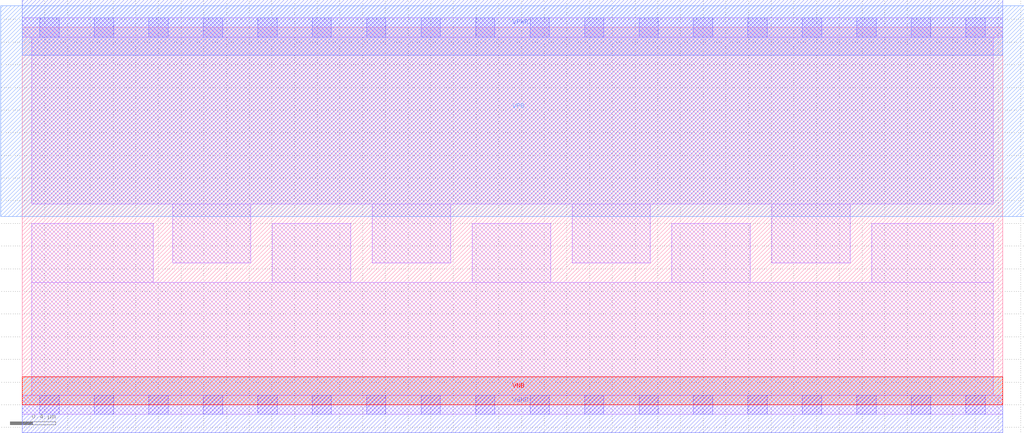
<source format=lef>
# Copyright 2020 The SkyWater PDK Authors
#
# Licensed under the Apache License, Version 2.0 (the "License");
# you may not use this file except in compliance with the License.
# You may obtain a copy of the License at
#
#     https://www.apache.org/licenses/LICENSE-2.0
#
# Unless required by applicable law or agreed to in writing, software
# distributed under the License is distributed on an "AS IS" BASIS,
# WITHOUT WARRANTIES OR CONDITIONS OF ANY KIND, either express or implied.
# See the License for the specific language governing permissions and
# limitations under the License.
#
# SPDX-License-Identifier: Apache-2.0

VERSION 5.7 ;
  NOWIREEXTENSIONATPIN ON ;
  DIVIDERCHAR "/" ;
  BUSBITCHARS "[]" ;
MACRO sky130_fd_sc_ls__decaphe_18
  CLASS CORE ;
  FOREIGN sky130_fd_sc_ls__decaphe_18 ;
  ORIGIN  0.000000  0.000000 ;
  SIZE  8.640000 BY  3.330000 ;
  SYMMETRY X Y ;
  SITE unit ;
  PIN VNB
    PORT
      LAYER pwell ;
        RECT 0.000000 0.000000 8.640000 0.245000 ;
    END
  END VNB
  PIN VPB
    PORT
      LAYER nwell ;
        RECT -0.190000 1.660000 8.830000 3.520000 ;
    END
  END VPB
  PIN VGND
    DIRECTION INOUT ;
    SHAPE ABUTMENT ;
    USE GROUND ;
    PORT
      LAYER met1 ;
        RECT 0.000000 -0.245000 8.640000 0.245000 ;
    END
  END VGND
  PIN VPWR
    DIRECTION INOUT ;
    SHAPE ABUTMENT ;
    USE POWER ;
    PORT
      LAYER met1 ;
        RECT 0.000000 3.085000 8.640000 3.575000 ;
    END
  END VPWR
  OBS
    LAYER li1 ;
      RECT 0.000000 -0.085000 8.640000 0.085000 ;
      RECT 0.000000  3.245000 8.640000 3.415000 ;
      RECT 0.085000  0.085000 8.555000 1.080000 ;
      RECT 0.085000  1.080000 1.155000 1.600000 ;
      RECT 0.085000  1.770000 8.555000 3.245000 ;
      RECT 1.325000  1.250000 2.015000 1.770000 ;
      RECT 2.205000  1.080000 2.895000 1.600000 ;
      RECT 3.085000  1.250000 3.775000 1.770000 ;
      RECT 3.965000  1.080000 4.655000 1.600000 ;
      RECT 4.845000  1.250000 5.535000 1.770000 ;
      RECT 5.725000  1.080000 6.415000 1.600000 ;
      RECT 6.605000  1.250000 7.295000 1.770000 ;
      RECT 7.485000  1.080000 8.555000 1.600000 ;
    LAYER mcon ;
      RECT 0.155000 -0.085000 0.325000 0.085000 ;
      RECT 0.155000  3.245000 0.325000 3.415000 ;
      RECT 0.635000 -0.085000 0.805000 0.085000 ;
      RECT 0.635000  3.245000 0.805000 3.415000 ;
      RECT 1.115000 -0.085000 1.285000 0.085000 ;
      RECT 1.115000  3.245000 1.285000 3.415000 ;
      RECT 1.595000 -0.085000 1.765000 0.085000 ;
      RECT 1.595000  3.245000 1.765000 3.415000 ;
      RECT 2.075000 -0.085000 2.245000 0.085000 ;
      RECT 2.075000  3.245000 2.245000 3.415000 ;
      RECT 2.555000 -0.085000 2.725000 0.085000 ;
      RECT 2.555000  3.245000 2.725000 3.415000 ;
      RECT 3.035000 -0.085000 3.205000 0.085000 ;
      RECT 3.035000  3.245000 3.205000 3.415000 ;
      RECT 3.515000 -0.085000 3.685000 0.085000 ;
      RECT 3.515000  3.245000 3.685000 3.415000 ;
      RECT 3.995000 -0.085000 4.165000 0.085000 ;
      RECT 3.995000  3.245000 4.165000 3.415000 ;
      RECT 4.475000 -0.085000 4.645000 0.085000 ;
      RECT 4.475000  3.245000 4.645000 3.415000 ;
      RECT 4.955000 -0.085000 5.125000 0.085000 ;
      RECT 4.955000  3.245000 5.125000 3.415000 ;
      RECT 5.435000 -0.085000 5.605000 0.085000 ;
      RECT 5.435000  3.245000 5.605000 3.415000 ;
      RECT 5.915000 -0.085000 6.085000 0.085000 ;
      RECT 5.915000  3.245000 6.085000 3.415000 ;
      RECT 6.395000 -0.085000 6.565000 0.085000 ;
      RECT 6.395000  3.245000 6.565000 3.415000 ;
      RECT 6.875000 -0.085000 7.045000 0.085000 ;
      RECT 6.875000  3.245000 7.045000 3.415000 ;
      RECT 7.355000 -0.085000 7.525000 0.085000 ;
      RECT 7.355000  3.245000 7.525000 3.415000 ;
      RECT 7.835000 -0.085000 8.005000 0.085000 ;
      RECT 7.835000  3.245000 8.005000 3.415000 ;
      RECT 8.315000 -0.085000 8.485000 0.085000 ;
      RECT 8.315000  3.245000 8.485000 3.415000 ;
  END
END sky130_fd_sc_ls__decaphe_18
END LIBRARY

</source>
